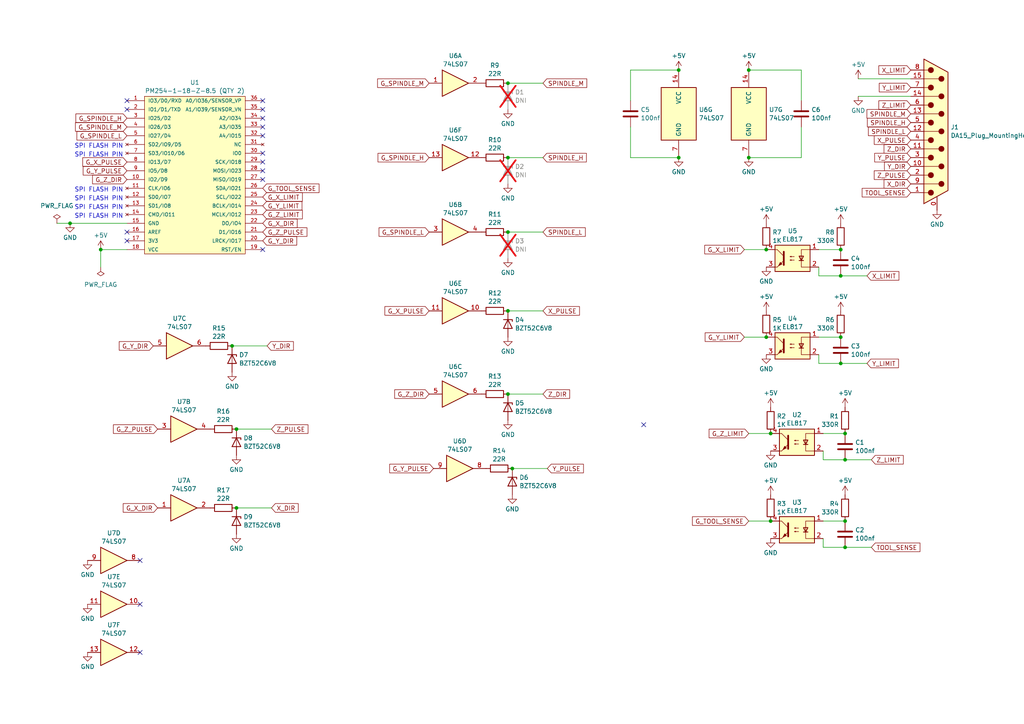
<source format=kicad_sch>
(kicad_sch (version 20230121) (generator eeschema)
  (paper "A4")
  (lib_symbols
    (symbol "74xx:74LS07" (pin_names (offset 1.016))
      (property "Reference" "U" (at 0 1.27 0))
      (property "Value" "74LS07" (at 0 -1.27 0))
      (symbol "74LS07_1_0"
        (polyline (pts (xy -3.81 3.81) (xy -3.81 -3.81) (xy 3.81 0) (xy -3.81 3.81)) (stroke (width 0.254)) (fill (type background)))
        (pin input line (at -7.62 0 0) (length 3.81) (name "~") (number "1"))
        (pin open_collector line (at 7.62 0 180) (length 3.81) (name "~") (number "2"))
      )
      (symbol "74LS07_2_0"
        (polyline (pts (xy -3.81 3.81) (xy -3.81 -3.81) (xy 3.81 0) (xy -3.81 3.81)) (stroke (width 0.254)) (fill (type background)))
        (pin input line (at -7.62 0 0) (length 3.81) (name "~") (number "3"))
        (pin open_collector line (at 7.62 0 180) (length 3.81) (name "~") (number "4"))
      )
      (symbol "74LS07_3_0"
        (polyline (pts (xy -3.81 3.81) (xy -3.81 -3.81) (xy 3.81 0) (xy -3.81 3.81)) (stroke (width 0.254)) (fill (type background)))
        (pin input line (at -7.62 0 0) (length 3.81) (name "~") (number "5"))
        (pin open_collector line (at 7.62 0 180) (length 3.81) (name "~") (number "6"))
      )
      (symbol "74LS07_4_0"
        (polyline (pts (xy -3.81 3.81) (xy -3.81 -3.81) (xy 3.81 0) (xy -3.81 3.81)) (stroke (width 0.254)) (fill (type background)))
        (pin open_collector line (at 7.62 0 180) (length 3.81) (name "~") (number "8"))
        (pin input line (at -7.62 0 0) (length 3.81) (name "~") (number "9"))
      )
      (symbol "74LS07_5_0"
        (polyline (pts (xy -3.81 3.81) (xy -3.81 -3.81) (xy 3.81 0) (xy -3.81 3.81)) (stroke (width 0.254)) (fill (type background)))
        (pin open_collector line (at 7.62 0 180) (length 3.81) (name "~") (number "10"))
        (pin input line (at -7.62 0 0) (length 3.81) (name "~") (number "11"))
      )
      (symbol "74LS07_6_0"
        (polyline (pts (xy -3.81 3.81) (xy -3.81 -3.81) (xy 3.81 0) (xy -3.81 3.81)) (stroke (width 0.254)) (fill (type background)))
        (pin open_collector line (at 7.62 0 180) (length 3.81) (name "~") (number "12"))
        (pin input line (at -7.62 0 0) (length 3.81) (name "~") (number "13"))
      )
      (symbol "74LS07_7_0"
        (pin power_in line (at 0 12.7 270) (length 5.08) (name "VCC") (number "14"))
        (pin power_in line (at 0 -12.7 90) (length 5.08) (name "GND") (number "7"))
      )
      (symbol "74LS07_7_1"
        (rectangle (start -5.08 7.62) (end 5.08 -7.62) (stroke (width 0.254)) (fill (type background)))
      )
    )
    (symbol "Connector:DA15_Plug_MountingHoles" (pin_names (offset 1.016) hide)
      (property "Reference" "J" (at 0 24.13 0))
      (property "Value" "DA15_Plug_MountingHoles" (at 0 22.225 0))
      (symbol "DA15_Plug_MountingHoles_0_1"
        (circle (center -1.778 -17.78) (radius 0.762) (fill (type outline)))
        (circle (center -1.778 -12.7) (radius 0.762) (fill (type outline)))
        (circle (center -1.778 -7.62) (radius 0.762) (fill (type outline)))
        (circle (center -1.778 -2.54) (radius 0.762) (fill (type outline)))
        (circle (center -1.778 2.54) (radius 0.762) (fill (type outline)))
        (circle (center -1.778 7.62) (radius 0.762) (fill (type outline)))
        (circle (center -1.778 12.7) (radius 0.762) (fill (type outline)))
        (circle (center -1.778 17.78) (radius 0.762) (fill (type outline)))
        (polyline (pts (xy -3.81 -17.78) (xy -2.54 -17.78)))
        (polyline (pts (xy -3.81 -15.24) (xy 0.508 -15.24)))
        (polyline (pts (xy -3.81 -12.7) (xy -2.54 -12.7)))
        (polyline (pts (xy -3.81 -10.16) (xy 0.508 -10.16)))
        (polyline (pts (xy -3.81 -7.62) (xy -2.54 -7.62)))
        (polyline (pts (xy -3.81 -5.08) (xy 0.508 -5.08)))
        (polyline (pts (xy -3.81 -2.54) (xy -2.54 -2.54)))
        (polyline (pts (xy -3.81 0) (xy 0.508 0)))
        (polyline (pts (xy -3.81 2.54) (xy -2.54 2.54)))
        (polyline (pts (xy -3.81 5.08) (xy 0.508 5.08)))
        (polyline (pts (xy -3.81 7.62) (xy -2.54 7.62)))
        (polyline (pts (xy -3.81 10.16) (xy 0.508 10.16)))
        (polyline (pts (xy -3.81 12.7) (xy -2.54 12.7)))
        (polyline (pts (xy -3.81 15.24) (xy 0.508 15.24)))
        (polyline (pts (xy -3.81 17.78) (xy -2.54 17.78)))
        (polyline (pts (xy -3.81 -20.955) (xy 3.175 -17.145) (xy 3.175 17.145) (xy -3.81 20.955) (xy -3.81 -20.955)) (stroke (width 0.254)) (fill (type background)))
        (circle (center 1.27 -15.24) (radius 0.762) (fill (type outline)))
        (circle (center 1.27 -10.16) (radius 0.762) (fill (type outline)))
        (circle (center 1.27 -5.08) (radius 0.762) (fill (type outline)))
        (circle (center 1.27 0) (radius 0.762) (fill (type outline)))
        (circle (center 1.27 5.08) (radius 0.762) (fill (type outline)))
        (circle (center 1.27 10.16) (radius 0.762) (fill (type outline)))
        (circle (center 1.27 15.24) (radius 0.762) (fill (type outline)))
      )
      (symbol "DA15_Plug_MountingHoles_1_1"
        (pin passive line (at 0 -22.86 90) (length 3.81) (name "PAD") (number "0"))
        (pin passive line (at -7.62 -17.78 0) (length 3.81) (name "1") (number "1"))
        (pin passive line (at -7.62 -10.16 0) (length 3.81) (name "P10") (number "10"))
        (pin passive line (at -7.62 -5.08 0) (length 3.81) (name "P111") (number "11"))
        (pin passive line (at -7.62 0 0) (length 3.81) (name "P12") (number "12"))
        (pin passive line (at -7.62 5.08 0) (length 3.81) (name "P13") (number "13"))
        (pin passive line (at -7.62 10.16 0) (length 3.81) (name "P14") (number "14"))
        (pin passive line (at -7.62 15.24 0) (length 3.81) (name "P15") (number "15"))
        (pin passive line (at -7.62 -12.7 0) (length 3.81) (name "2") (number "2"))
        (pin passive line (at -7.62 -7.62 0) (length 3.81) (name "3") (number "3"))
        (pin passive line (at -7.62 -2.54 0) (length 3.81) (name "4") (number "4"))
        (pin passive line (at -7.62 2.54 0) (length 3.81) (name "5") (number "5"))
        (pin passive line (at -7.62 7.62 0) (length 3.81) (name "6") (number "6"))
        (pin passive line (at -7.62 12.7 0) (length 3.81) (name "7") (number "7"))
        (pin passive line (at -7.62 17.78 0) (length 3.81) (name "8") (number "8"))
        (pin passive line (at -7.62 -15.24 0) (length 3.81) (name "P9") (number "9"))
      )
    )
    (symbol "Device:C" (pin_numbers hide) (pin_names (offset 0.254))
      (property "Reference" "C" (at 0.635 2.54 0))
      (property "Value" "C" (at 0.635 -2.54 0))
      (symbol "C_0_1"
        (polyline (pts (xy -2.032 -0.762) (xy 2.032 -0.762)) (stroke (width 0.508)))
        (polyline (pts (xy -2.032 0.762) (xy 2.032 0.762)) (stroke (width 0.508)))
      )
      (symbol "C_1_1"
        (pin passive line (at 0 3.81 270) (length 2.794) (name "~") (number "1"))
        (pin passive line (at 0 -3.81 90) (length 2.794) (name "~") (number "2"))
      )
    )
    (symbol "Device:D_Zener" (pin_numbers hide) (pin_names (offset 1.016) hide)
      (property "Reference" "D" (at 0 2.54 0))
      (property "Value" "D_Zener" (at 0 -2.54 0))
      (symbol "D_Zener_0_1"
        (polyline (pts (xy 1.27 0) (xy -1.27 0)))
        (polyline (pts (xy -1.27 -1.27) (xy -1.27 1.27) (xy -0.762 1.27)) (stroke (width 0.254)))
        (polyline (pts (xy 1.27 -1.27) (xy 1.27 1.27) (xy -1.27 0) (xy 1.27 -1.27)) (stroke (width 0.254)))
      )
      (symbol "D_Zener_1_1"
        (pin passive line (at -3.81 0 0) (length 2.54) (name "K") (number "1"))
        (pin passive line (at 3.81 0 180) (length 2.54) (name "A") (number "2"))
      )
    )
    (symbol "Device:R" (pin_numbers hide) (pin_names (offset 0))
      (property "Reference" "R" (at 2.032 0 90))
      (property "Value" "R" (at 0 0 90))
      (symbol "R_0_1"
        (rectangle (start -1.016 -2.54) (end 1.016 2.54) (stroke (width 0.254)))
      )
      (symbol "R_1_1"
        (pin passive line (at 0 3.81 270) (length 1.27) (name "~") (number "1"))
        (pin passive line (at 0 -3.81 90) (length 1.27) (name "~") (number "2"))
      )
    )
    (symbol "Isolator:EL817" (pin_names (offset 1.016))
      (property "Reference" "U" (at -5.08 5.08 0))
      (property "Value" "EL817" (at 0 5.08 0))
      (symbol "EL817_0_1"
        (rectangle (start -5.08 3.81) (end 5.08 -3.81) (stroke (width 0.254)) (fill (type background)))
        (polyline (pts (xy -3.175 -0.635) (xy -1.905 -0.635)) (stroke (width 0.254)))
        (polyline (pts (xy 2.54 0.635) (xy 4.445 2.54)))
        (polyline (pts (xy 4.445 -2.54) (xy 2.54 -0.635)) (fill (type outline)))
        (polyline (pts (xy 4.445 -2.54) (xy 5.08 -2.54)))
        (polyline (pts (xy 4.445 2.54) (xy 5.08 2.54)))
        (polyline (pts (xy -5.08 2.54) (xy -2.54 2.54) (xy -2.54 -0.635)))
        (polyline (pts (xy -2.54 -0.635) (xy -2.54 -2.54) (xy -5.08 -2.54)))
        (polyline (pts (xy 2.54 1.905) (xy 2.54 -1.905) (xy 2.54 -1.905)) (stroke (width 0.508)))
        (polyline (pts (xy -2.54 -0.635) (xy -3.175 0.635) (xy -1.905 0.635) (xy -2.54 -0.635)) (stroke (width 0.254)))
        (polyline (pts (xy -0.508 -0.508) (xy 0.762 -0.508) (xy 0.381 -0.635) (xy 0.381 -0.381) (xy 0.762 -0.508)))
        (polyline (pts (xy -0.508 0.508) (xy 0.762 0.508) (xy 0.381 0.381) (xy 0.381 0.635) (xy 0.762 0.508)))
        (polyline (pts (xy 3.048 -1.651) (xy 3.556 -1.143) (xy 4.064 -2.159) (xy 3.048 -1.651) (xy 3.048 -1.651)) (fill (type outline)))
      )
      (symbol "EL817_1_1"
        (pin passive line (at -7.62 2.54 0) (length 2.54) (name "~") (number "1"))
        (pin passive line (at -7.62 -2.54 0) (length 2.54) (name "~") (number "2"))
        (pin passive line (at 7.62 -2.54 180) (length 2.54) (name "~") (number "3"))
        (pin passive line (at 7.62 2.54 180) (length 2.54) (name "~") (number "4"))
      )
    )
    (symbol "custom_module:firebeetle_esp32" (pin_names (offset 1.016))
      (property "Reference" "U" (at -13.97 -25.4 0))
      (property "Value" "firebeetle_esp32" (at 5.08 -25.4 0))
      (symbol "firebeetle_esp32_0_1"
        (rectangle (start -15.24 21.59) (end 13.97 -24.13) (fill (type background)))
      )
      (symbol "firebeetle_esp32_1_1"
        (pin bidirectional line (at -20.32 20.32 0) (length 5.08) (name "IO3/D0/RXD") (number "1"))
        (pin bidirectional line (at -20.32 -2.54 0) (length 5.08) (name "IO2/D9") (number "10"))
        (pin no_connect line (at -20.32 -5.08 0) (length 5.08) (name "CLK/IO6") (number "11"))
        (pin no_connect line (at -20.32 -7.62 0) (length 5.08) (name "SD0/IO7") (number "12"))
        (pin no_connect line (at -20.32 -10.16 0) (length 5.08) (name "SD1/IO8") (number "13"))
        (pin no_connect line (at -20.32 -12.7 0) (length 5.08) (name "CMD/IO11") (number "14"))
        (pin power_in line (at -20.32 -15.24 0) (length 5.08) (name "GND") (number "15"))
        (pin input line (at -20.32 -17.78 0) (length 5.08) (name "AREF") (number "16"))
        (pin power_out line (at -20.32 -20.32 0) (length 5.08) (name "3V3") (number "17"))
        (pin power_in line (at -20.32 -22.86 0) (length 5.08) (name "VCC") (number "18"))
        (pin input line (at 19.05 -22.86 180) (length 5.08) (name "RST/EN") (number "19"))
        (pin bidirectional line (at -20.32 17.78 0) (length 5.08) (name "IO1/D1/TXD") (number "2"))
        (pin bidirectional line (at 19.05 -20.32 180) (length 5.08) (name "LRCK/IO17") (number "20"))
        (pin bidirectional line (at 19.05 -17.78 180) (length 5.08) (name "D1/IO16") (number "21"))
        (pin bidirectional line (at 19.05 -15.24 180) (length 5.08) (name "DO/IO4") (number "22"))
        (pin bidirectional line (at 19.05 -12.7 180) (length 5.08) (name "MCLK/IO12") (number "23"))
        (pin bidirectional line (at 19.05 -10.16 180) (length 5.08) (name "BCLK/IO14") (number "24"))
        (pin bidirectional line (at 19.05 -7.62 180) (length 5.08) (name "SCL/IO22") (number "25"))
        (pin bidirectional line (at 19.05 -5.08 180) (length 5.08) (name "SDA/IO21") (number "26"))
        (pin bidirectional line (at 19.05 -2.54 180) (length 5.08) (name "MISO/IO19") (number "27"))
        (pin bidirectional line (at 19.05 0 180) (length 5.08) (name "MOSI/IO23") (number "28"))
        (pin bidirectional line (at 19.05 2.54 180) (length 5.08) (name "SCK/IO18") (number "29"))
        (pin bidirectional line (at -20.32 15.24 0) (length 5.08) (name "IO25/D2") (number "3"))
        (pin bidirectional line (at 19.05 5.08 180) (length 5.08) (name "IO0") (number "30"))
        (pin no_connect line (at 19.05 7.62 180) (length 5.08) (name "NC") (number "31"))
        (pin bidirectional line (at 19.05 10.16 180) (length 5.08) (name "A4/IO15") (number "32"))
        (pin bidirectional line (at 19.05 12.7 180) (length 5.08) (name "A3/IO35") (number "33"))
        (pin bidirectional line (at 19.05 15.24 180) (length 5.08) (name "A2/IO34") (number "34"))
        (pin input line (at 19.05 17.78 180) (length 5.08) (name "A1/IO39/SENSOR_VN") (number "35"))
        (pin input line (at 19.05 20.32 180) (length 5.08) (name "A0/IO36/SENSOR_VP") (number "36"))
        (pin bidirectional line (at -20.32 12.7 0) (length 5.08) (name "IO26/D3") (number "4"))
        (pin bidirectional line (at -20.32 10.16 0) (length 5.08) (name "IO27/D4") (number "5"))
        (pin no_connect line (at -20.32 7.62 0) (length 5.08) (name "SD2/IO9/D5") (number "6"))
        (pin no_connect line (at -20.32 5.08 0) (length 5.08) (name "SD3/IO10/D6") (number "7"))
        (pin bidirectional line (at -20.32 2.54 0) (length 5.08) (name "IO13/D7") (number "8"))
        (pin bidirectional line (at -20.32 0 0) (length 5.08) (name "IO5/D8") (number "9"))
      )
    )
    (symbol "power:+5V" (power) (pin_names (offset 0))
      (property "Value" "+5V" (at 0 3.556 0))
      (symbol "+5V_0_1"
        (polyline (pts (xy -0.762 1.27) (xy 0 2.54)))
        (polyline (pts (xy 0 0) (xy 0 2.54)))
        (polyline (pts (xy 0 2.54) (xy 0.762 1.27)))
      )
      (symbol "+5V_1_1"
        (pin power_in line (at 0 0 90) (length 0) hide (name "+5V") (number "1"))
      )
    )
    (symbol "power:GND" (power) (pin_names (offset 0))
      (property "Value" "GND" (at 0 -3.81 0))
      (symbol "GND_0_1"
        (polyline (pts (xy 0 0) (xy 0 -1.27) (xy 1.27 -1.27) (xy 0 -2.54) (xy -1.27 -1.27) (xy 0 -1.27)))
      )
      (symbol "GND_1_1"
        (pin power_in line (at 0 0 270) (length 0) hide (name "GND") (number "1"))
      )
    )
    (symbol "power:PWR_FLAG" (power) (pin_numbers hide) (pin_names (offset 0) hide)
      (property "Value" "PWR_FLAG" (at 0 3.81 0))
      (symbol "PWR_FLAG_0_0"
        (pin power_out line (at 0 0 90) (length 0) (name "pwr") (number "1"))
      )
      (symbol "PWR_FLAG_0_1"
        (polyline (pts (xy 0 0) (xy 0 1.27) (xy -1.016 1.905) (xy 0 2.54) (xy 1.016 1.905) (xy 0 1.27)))
      )
    )
  )
  (junction (at 223.52 125.73))
  (junction (at 68.58 124.46))
  (junction (at 245.11 151.13))
  (junction (at 217.17 45.72))
  (junction (at 148.59 135.89))
  (junction (at 217.17 20.32))
  (junction (at 196.85 45.72))
  (junction (at 243.84 72.39))
  (junction (at 196.85 20.32))
  (junction (at 245.11 125.73))
  (junction (at 243.84 105.41))
  (junction (at 222.25 72.39))
  (junction (at 20.32 64.77))
  (junction (at 29.21 72.39))
  (junction (at 245.11 133.35))
  (junction (at 243.84 97.79))
  (junction (at 147.32 45.72))
  (junction (at 223.52 151.13))
  (junction (at 243.84 80.01))
  (junction (at 68.58 147.32))
  (junction (at 147.32 90.17))
  (junction (at 67.31 100.33))
  (junction (at 147.32 114.3))
  (junction (at 222.25 97.79))
  (junction (at 147.32 24.13))
  (junction (at 245.11 158.75))
  (junction (at 147.32 67.31))
  (no_connect (at 36.83 31.75))
  (no_connect (at 40.64 175.26))
  (no_connect (at 76.2 52.07))
  (no_connect (at 36.83 29.21))
  (no_connect (at 76.2 29.21))
  (no_connect (at 76.2 72.39))
  (no_connect (at 76.2 44.45))
  (no_connect (at 36.83 67.31))
  (no_connect (at 76.2 49.53))
  (no_connect (at 76.2 46.99))
  (no_connect (at 76.2 31.75))
  (no_connect (at 36.83 69.85))
  (no_connect (at 186.69 123.19))
  (no_connect (at 40.64 162.56))
  (no_connect (at 40.64 189.23))
  (no_connect (at 76.2 34.29))
  (no_connect (at 76.2 39.37))
  (no_connect (at 76.2 36.83))
  (wire (pts (xy 232.41 45.72) (xy 232.41 36.83)))
  (wire (pts (xy 232.41 20.32) (xy 232.41 29.21)))
  (wire (pts (xy 243.84 105.41) (xy 251.46 105.41)))
  (wire (pts (xy 237.49 105.41) (xy 243.84 105.41)))
  (wire (pts (xy 68.58 124.46) (xy 78.74 124.46)))
  (wire (pts (xy 147.32 114.3) (xy 157.48 114.3)))
  (wire (pts (xy 238.76 151.13) (xy 245.11 151.13)))
  (wire (pts (xy 237.49 97.79) (xy 243.84 97.79)))
  (wire (pts (xy 238.76 125.73) (xy 245.11 125.73)))
  (wire (pts (xy 147.32 67.31) (xy 157.48 67.31)))
  (wire (pts (xy 238.76 156.21) (xy 238.76 158.75)))
  (wire (pts (xy 68.58 147.32) (xy 78.74 147.32)))
  (wire (pts (xy 237.49 72.39) (xy 243.84 72.39)))
  (wire (pts (xy 245.11 158.75) (xy 252.73 158.75)))
  (wire (pts (xy 182.88 45.72) (xy 182.88 36.83)))
  (wire (pts (xy 67.31 100.33) (xy 77.47 100.33)))
  (wire (pts (xy 147.32 45.72) (xy 157.48 45.72)))
  (wire (pts (xy 29.21 72.39) (xy 36.83 72.39)))
  (wire (pts (xy 217.17 45.72) (xy 232.41 45.72)))
  (wire (pts (xy 20.32 64.77) (xy 36.83 64.77)))
  (wire (pts (xy 16.51 64.77) (xy 20.32 64.77)))
  (wire (pts (xy 248.92 27.94) (xy 264.16 27.94)))
  (wire (pts (xy 182.88 20.32) (xy 182.88 29.21)))
  (wire (pts (xy 196.85 20.32) (xy 182.88 20.32)))
  (wire (pts (xy 217.17 151.13) (xy 223.52 151.13)))
  (wire (pts (xy 217.17 125.73) (xy 223.52 125.73)))
  (wire (pts (xy 148.59 135.89) (xy 158.75 135.89)))
  (wire (pts (xy 196.85 45.72) (xy 182.88 45.72)))
  (wire (pts (xy 238.76 133.35) (xy 245.11 133.35)))
  (wire (pts (xy 29.21 72.39) (xy 29.21 77.47)))
  (wire (pts (xy 147.32 90.17) (xy 157.48 90.17)))
  (wire (pts (xy 237.49 102.87) (xy 237.49 105.41)))
  (wire (pts (xy 238.76 158.75) (xy 245.11 158.75)))
  (wire (pts (xy 217.17 20.32) (xy 232.41 20.32)))
  (wire (pts (xy 147.32 24.13) (xy 157.48 24.13)))
  (wire (pts (xy 248.92 22.86) (xy 264.16 22.86)))
  (wire (pts (xy 243.84 80.01) (xy 251.46 80.01)))
  (wire (pts (xy 237.49 77.47) (xy 237.49 80.01)))
  (wire (pts (xy 215.9 72.39) (xy 222.25 72.39)))
  (wire (pts (xy 237.49 80.01) (xy 243.84 80.01)))
  (wire (pts (xy 245.11 133.35) (xy 252.73 133.35)))
  (wire (pts (xy 238.76 130.81) (xy 238.76 133.35)))
  (wire (pts (xy 215.9 97.79) (xy 222.25 97.79)))
  (text "SPI FLASH PIN" (at 21.59 60.96 0) (effects (font (size 1.27 1.27)) (justify left bottom)))
  (text "SPI FLASH PIN" (at 21.59 58.42 0) (effects (font (size 1.27 1.27)) (justify left bottom)))
  (text "SPI FLASH PIN" (at 21.59 63.5 0) (effects (font (size 1.27 1.27)) (justify left bottom)))
  (text "SPI FLASH PIN" (at 21.59 43.18 0) (effects (font (size 1.27 1.27)) (justify left bottom)))
  (text "SPI FLASH PIN" (at 21.59 55.88 0) (effects (font (size 1.27 1.27)) (justify left bottom)))
  (text "SPI FLASH PIN" (at 21.59 45.72 0) (effects (font (size 1.27 1.27)) (justify left bottom)))
  (global_label "SPINDLE_L" (shape input) (at 157.48 67.31 0) (property "Intersheetrefs" "${INTERSHEET_REFS}" (effects hide)))
  (global_label "X_PULSE" (shape input) (at 157.48 90.17 0) (property "Intersheetrefs" "${INTERSHEET_REFS}" (effects hide)))
  (global_label "G_SPINDLE_M" (shape input) (at 124.46 24.13 180) (property "Intersheetrefs" "${INTERSHEET_REFS}" (effects hide)))
  (global_label "G_Y_DIR" (shape input) (at 44.45 100.33 180) (property "Intersheetrefs" "${INTERSHEET_REFS}" (effects hide)))
  (global_label "Y_LIMIT" (shape input) (at 251.46 105.41 0) (property "Intersheetrefs" "${INTERSHEET_REFS}" (effects hide)))
  (global_label "G_Y_PULSE" (shape input) (at 36.83 49.53 180) (property "Intersheetrefs" "${INTERSHEET_REFS}" (effects hide)))
  (global_label "G_X_LIMIT" (shape input) (at 76.2 57.15 0) (property "Intersheetrefs" "${INTERSHEET_REFS}" (effects hide)))
  (global_label "SPINDLE_M" (shape input) (at 157.48 24.13 0) (property "Intersheetrefs" "${INTERSHEET_REFS}" (effects hide)))
  (global_label "G_TOOL_SENSE" (shape input) (at 76.2 54.61 0) (property "Intersheetrefs" "${INTERSHEET_REFS}" (effects hide)))
  (global_label "Z_PULSE" (shape input) (at 264.16 50.8 180) (property "Intersheetrefs" "${INTERSHEET_REFS}" (effects hide)))
  (global_label "SPINDLE_M" (shape input) (at 264.16 33.02 180) (property "Intersheetrefs" "${INTERSHEET_REFS}" (effects hide)))
  (global_label "G_Y_LIMIT" (shape input) (at 215.9 97.79 180) (property "Intersheetrefs" "${INTERSHEET_REFS}" (effects hide)))
  (global_label "G_Z_DIR" (shape input) (at 36.83 52.07 180) (property "Intersheetrefs" "${INTERSHEET_REFS}" (effects hide)))
  (global_label "SPINDLE_H" (shape input) (at 264.16 35.56 180) (property "Intersheetrefs" "${INTERSHEET_REFS}" (effects hide)))
  (global_label "G_SPINDLE_L" (shape input) (at 36.83 39.37 180) (property "Intersheetrefs" "${INTERSHEET_REFS}" (effects hide)))
  (global_label "G_Z_LIMIT" (shape input) (at 76.2 62.23 0) (property "Intersheetrefs" "${INTERSHEET_REFS}" (effects hide)))
  (global_label "G_Z_DIR" (shape input) (at 124.46 114.3 180) (property "Intersheetrefs" "${INTERSHEET_REFS}" (effects hide)))
  (global_label "G_SPINDLE_H" (shape input) (at 36.83 34.29 180) (property "Intersheetrefs" "${INTERSHEET_REFS}" (effects hide)))
  (global_label "G_X_LIMIT" (shape input) (at 215.9 72.39 180) (property "Intersheetrefs" "${INTERSHEET_REFS}" (effects hide)))
  (global_label "G_X_PULSE" (shape input) (at 124.46 90.17 180) (property "Intersheetrefs" "${INTERSHEET_REFS}" (effects hide)))
  (global_label "X_DIR" (shape input) (at 264.16 53.34 180) (property "Intersheetrefs" "${INTERSHEET_REFS}" (effects hide)))
  (global_label "X_DIR" (shape input) (at 78.74 147.32 0) (property "Intersheetrefs" "${INTERSHEET_REFS}" (effects hide)))
  (global_label "Y_PULSE" (shape input) (at 158.75 135.89 0) (property "Intersheetrefs" "${INTERSHEET_REFS}" (effects hide)))
  (global_label "G_SPINDLE_H" (shape input) (at 124.46 45.72 180) (property "Intersheetrefs" "${INTERSHEET_REFS}" (effects hide)))
  (global_label "G_Y_DIR" (shape input) (at 76.2 69.85 0) (property "Intersheetrefs" "${INTERSHEET_REFS}" (effects hide)))
  (global_label "G_Y_PULSE" (shape input) (at 125.73 135.89 180) (property "Intersheetrefs" "${INTERSHEET_REFS}" (effects hide)))
  (global_label "Y_DIR" (shape input) (at 77.47 100.33 0) (property "Intersheetrefs" "${INTERSHEET_REFS}" (effects hide)))
  (global_label "G_Y_LIMIT" (shape input) (at 76.2 59.69 0) (property "Intersheetrefs" "${INTERSHEET_REFS}" (effects hide)))
  (global_label "G_X_PULSE" (shape input) (at 36.83 46.99 180) (property "Intersheetrefs" "${INTERSHEET_REFS}" (effects hide)))
  (global_label "G_Z_PULSE" (shape input) (at 45.72 124.46 180) (property "Intersheetrefs" "${INTERSHEET_REFS}" (effects hide)))
  (global_label "Z_DIR" (shape input) (at 264.16 43.18 180) (property "Intersheetrefs" "${INTERSHEET_REFS}" (effects hide)))
  (global_label "G_Z_LIMIT" (shape input) (at 217.17 125.73 180) (property "Intersheetrefs" "${INTERSHEET_REFS}" (effects hide)))
  (global_label "G_Z_PULSE" (shape input) (at 76.2 67.31 0) (property "Intersheetrefs" "${INTERSHEET_REFS}" (effects hide)))
  (global_label "TOOL_SENSE" (shape input) (at 264.16 55.88 180) (property "Intersheetrefs" "${INTERSHEET_REFS}" (effects hide)))
  (global_label "TOOL_SENSE" (shape input) (at 252.73 158.75 0) (property "Intersheetrefs" "${INTERSHEET_REFS}" (effects hide)))
  (global_label "X_PULSE" (shape input) (at 264.16 40.64 180) (property "Intersheetrefs" "${INTERSHEET_REFS}" (effects hide)))
  (global_label "Y_LIMIT" (shape input) (at 264.16 25.4 180) (property "Intersheetrefs" "${INTERSHEET_REFS}" (effects hide)))
  (global_label "Z_LIMIT" (shape input) (at 252.73 133.35 0) (property "Intersheetrefs" "${INTERSHEET_REFS}" (effects hide)))
  (global_label "Z_LIMIT" (shape input) (at 264.16 30.48 180) (property "Intersheetrefs" "${INTERSHEET_REFS}" (effects hide)))
  (global_label "Z_DIR" (shape input) (at 157.48 114.3 0) (property "Intersheetrefs" "${INTERSHEET_REFS}" (effects hide)))
  (global_label "Y_DIR" (shape input) (at 264.16 48.26 180) (property "Intersheetrefs" "${INTERSHEET_REFS}" (effects hide)))
  (global_label "X_LIMIT" (shape input) (at 264.16 20.32 180) (property "Intersheetrefs" "${INTERSHEET_REFS}" (effects hide)))
  (global_label "G_TOOL_SENSE" (shape input) (at 217.17 151.13 180) (property "Intersheetrefs" "${INTERSHEET_REFS}" (effects hide)))
  (global_label "G_SPINDLE_L" (shape input) (at 124.46 67.31 180) (property "Intersheetrefs" "${INTERSHEET_REFS}" (effects hide)))
  (global_label "Y_PULSE" (shape input) (at 264.16 45.72 180) (property "Intersheetrefs" "${INTERSHEET_REFS}" (effects hide)))
  (global_label "G_X_DIR" (shape input) (at 76.2 64.77 0) (property "Intersheetrefs" "${INTERSHEET_REFS}" (effects hide)))
  (global_label "SPINDLE_H" (shape input) (at 157.48 45.72 0) (property "Intersheetrefs" "${INTERSHEET_REFS}" (effects hide)))
  (global_label "G_X_DIR" (shape input) (at 45.72 147.32 180) (property "Intersheetrefs" "${INTERSHEET_REFS}" (effects hide)))
  (global_label "X_LIMIT" (shape input) (at 251.46 80.01 0) (property "Intersheetrefs" "${INTERSHEET_REFS}" (effects hide)))
  (global_label "G_SPINDLE_M" (shape input) (at 36.83 36.83 180) (property "Intersheetrefs" "${INTERSHEET_REFS}" (effects hide)))
  (global_label "Z_PULSE" (shape input) (at 78.74 124.46 0) (property "Intersheetrefs" "${INTERSHEET_REFS}" (effects hide)))
  (global_label "SPINDLE_L" (shape input) (at 264.16 38.1 180) (property "Intersheetrefs" "${INTERSHEET_REFS}" (effects hide)))
  (symbol (lib_id "74xx:74LS07") (at 33.02 162.56 0) (unit 4)
    (property "Reference" "U7" (at 33.02 154.6057 0))
    (property "Value" "74LS07" (at 33.02 157.0299 0))
    (property "Footprint" "Package_SO:SOIC-14_3.9x8.7mm_P1.27mm" (effects hide))
    (property "Datasheet" "www.ti.com/lit/ds/symlink/sn74ls07.pdf" (effects hide))
    (property "OC_MOUSER" "595-SN74LS07DR" (effects hide))
  )
  (symbol (lib_id "74xx:74LS07") (at 133.35 135.89 0) (unit 4)
    (property "Reference" "U6" (at 133.35 127.9357 0))
    (property "Value" "74LS07" (at 133.35 130.3599 0))
    (property "Footprint" "Package_SO:SOIC-14_3.9x8.7mm_P1.27mm" (effects hide))
    (property "Datasheet" "www.ti.com/lit/ds/symlink/sn74ls07.pdf" (effects hide))
    (property "OC_MOUSER" "595-SN74LS07DR" (effects hide))
  )
  (symbol (lib_id "74xx:74LS07") (at 33.02 175.26 0) (unit 5)
    (property "Reference" "U7" (at 33.02 167.3057 0))
    (property "Value" "74LS07" (at 33.02 169.7299 0))
    (property "Footprint" "Package_SO:SOIC-14_3.9x8.7mm_P1.27mm" (effects hide))
    (property "Datasheet" "www.ti.com/lit/ds/symlink/sn74ls07.pdf" (effects hide))
    (property "OC_MOUSER" "595-SN74LS07DR" (effects hide))
  )
  (symbol (lib_id "power:GND") (at 25.4 189.23 0) (unit 1)
    (property "Reference" "#PWR026" (effects hide))
    (property "Value" "GND" (at 25.4 193.3631 0))
  )
  (symbol (lib_id "Device:R") (at 222.25 93.98 0) (unit 1)
    (property "Reference" "R5" (at 224.028 92.7679 0) (effects (justify left)))
    (property "Value" "1K" (at 224.028 95.1921 0) (effects (justify left)))
    (property "Footprint" "Resistor_SMD:R_0805_2012Metric" (effects hide))
  )
  (symbol (lib_id "power:GND") (at 68.58 132.08 0) (unit 1)
    (property "Reference" "#PWR022" (effects hide))
    (property "Value" "GND" (at 68.58 136.2131 0))
  )
  (symbol (lib_id "Device:R") (at 144.78 135.89 90) (unit 1)
    (property "Reference" "R14" (at 144.78 130.7297 90))
    (property "Value" "22R" (at 144.78 133.1539 90))
    (property "Footprint" "Resistor_SMD:R_0805_2012Metric" (effects hide))
  )
  (symbol (lib_id "power:GND") (at 223.52 156.21 0) (unit 1)
    (property "Reference" "#PWR07" (effects hide))
    (property "Value" "GND" (at 223.52 160.3431 0))
  )
  (symbol (lib_id "power:GND") (at 248.92 27.94 0) (unit 1)
    (property "Reference" "#PWR02" (effects hide))
    (property "Value" "GND" (at 248.92 32.0731 0))
  )
  (symbol (lib_id "power:+5V") (at 222.25 90.17 0) (unit 1)
    (property "Reference" "#PWR09" (effects hide))
    (property "Value" "+5V" (at 222.25 86.0369 0))
  )
  (symbol (lib_id "power:GND") (at 217.17 45.72 0) (unit 1)
    (property "Reference" "#PWR030" (effects hide))
    (property "Value" "GND" (at 217.17 49.8531 0))
  )
  (symbol (lib_id "Device:C") (at 245.11 154.94 0) (unit 1)
    (property "Reference" "C2" (at 248.031 153.7279 0) (effects (justify left)))
    (property "Value" "100nf" (at 248.031 156.1521 0) (effects (justify left)))
    (property "Footprint" "Capacitor_SMD:C_0805_2012Metric" (effects hide))
  )
  (symbol (lib_id "power:GND") (at 25.4 162.56 0) (unit 1)
    (property "Reference" "#PWR024" (effects hide))
    (property "Value" "GND" (at 25.4 166.6931 0))
  )
  (symbol (lib_id "74xx:74LS07") (at 52.07 100.33 0) (unit 3)
    (property "Reference" "U7" (at 52.07 92.3757 0))
    (property "Value" "74LS07" (at 52.07 94.7999 0))
    (property "Footprint" "Package_SO:SOIC-14_3.9x8.7mm_P1.27mm" (effects hide))
    (property "Datasheet" "www.ti.com/lit/ds/symlink/sn74ls07.pdf" (effects hide))
    (property "OC_MOUSER" "595-SN74LS07DR" (effects hide))
  )
  (symbol (lib_id "Device:R") (at 64.77 147.32 90) (unit 1)
    (property "Reference" "R17" (at 64.77 142.1597 90))
    (property "Value" "22R" (at 64.77 144.5839 90))
    (property "Footprint" "Resistor_SMD:R_0805_2012Metric" (effects hide))
  )
  (symbol (lib_id "Device:R") (at 245.11 121.92 0) (mirror y) (unit 1)
    (property "Reference" "R1" (at 243.332 120.7079 0) (effects (justify left)))
    (property "Value" "330R" (at 243.332 123.1321 0) (effects (justify left)))
    (property "Footprint" "Resistor_SMD:R_0805_2012Metric" (effects hide))
  )
  (symbol (lib_id "Isolator:EL817") (at 231.14 128.27 0) (mirror y) (unit 1)
    (property "Reference" "U2" (at 231.14 120.3157 0))
    (property "Value" "EL817" (at 231.14 122.7399 0))
    (property "Footprint" "Package_DIP:DIP-4_W7.62mm" (effects hide))
    (property "Datasheet" "http://www.everlight.com/file/ProductFile/EL817.pdf" (effects hide))
    (property "OC_MOUSER" "630-HCPL-817-00CE " (effects hide))
  )
  (symbol (lib_id "Device:R") (at 245.11 147.32 0) (mirror y) (unit 1)
    (property "Reference" "R4" (at 243.332 146.1079 0) (effects (justify left)))
    (property "Value" "330R" (at 243.332 148.5321 0) (effects (justify left)))
    (property "Footprint" "Resistor_SMD:R_0805_2012Metric" (effects hide))
  )
  (symbol (lib_id "Isolator:EL817") (at 229.87 100.33 0) (mirror y) (unit 1)
    (property "Reference" "U4" (at 229.87 92.3757 0))
    (property "Value" "EL817" (at 229.87 94.7999 0))
    (property "Footprint" "Package_DIP:DIP-4_W7.62mm" (effects hide))
    (property "Datasheet" "http://www.everlight.com/file/ProductFile/EL817.pdf" (effects hide))
    (property "OC_MOUSER" "630-HCPL-817-00CE " (effects hide))
  )
  (symbol (lib_id "74xx:74LS07") (at 132.08 24.13 0) (unit 1)
    (property "Reference" "U6" (at 132.08 16.1757 0))
    (property "Value" "74LS07" (at 132.08 18.5999 0))
    (property "Footprint" "Package_SO:SOIC-14_3.9x8.7mm_P1.27mm" (effects hide))
    (property "Datasheet" "www.ti.com/lit/ds/symlink/sn74ls07.pdf" (effects hide))
    (property "OC_MOUSER" "595-SN74LS07DR" (effects hide))
  )
  (symbol (lib_id "Device:R") (at 223.52 121.92 0) (unit 1)
    (property "Reference" "R2" (at 225.298 120.7079 0) (effects (justify left)))
    (property "Value" "1K" (at 225.298 123.1321 0) (effects (justify left)))
    (property "Footprint" "Resistor_SMD:R_0805_2012Metric" (effects hide))
  )
  (symbol (lib_id "Device:C") (at 245.11 129.54 0) (unit 1)
    (property "Reference" "C1" (at 248.031 128.3279 0) (effects (justify left)))
    (property "Value" "100nf" (at 248.031 130.7521 0) (effects (justify left)))
    (property "Footprint" "Capacitor_SMD:C_0805_2012Metric" (effects hide))
  )
  (symbol (lib_id "power:GND") (at 147.32 97.79 0) (unit 1)
    (property "Reference" "#PWR018" (effects hide))
    (property "Value" "GND" (at 147.32 101.9231 0))
  )
  (symbol (lib_id "Device:R") (at 143.51 24.13 90) (unit 1)
    (property "Reference" "R9" (at 143.51 18.9697 90))
    (property "Value" "22R" (at 143.51 21.3939 90))
    (property "Footprint" "Resistor_SMD:R_0805_2012Metric" (effects hide))
  )
  (symbol (lib_id "power:GND") (at 67.31 107.95 0) (unit 1)
    (property "Reference" "#PWR021" (effects hide))
    (property "Value" "GND" (at 67.31 112.0831 0))
  )
  (symbol (lib_id "Device:D_Zener") (at 147.32 27.94 270) (unit 1) (dnp yes)
    (property "Reference" "D1" (at 149.352 26.7279 90) (effects (justify left)))
    (property "Value" "DNI" (at 149.352 29.1521 90) (effects (justify left)))
    (property "Footprint" "Diode_SMD:D_SOD-123" (effects hide))
  )
  (symbol (lib_id "power:+5V") (at 217.17 20.32 0) (unit 1)
    (property "Reference" "#PWR028" (effects hide))
    (property "Value" "+5V" (at 217.17 16.1869 0))
  )
  (symbol (lib_id "74xx:74LS07") (at 33.02 189.23 0) (unit 6)
    (property "Reference" "U7" (at 33.02 181.2757 0))
    (property "Value" "74LS07" (at 33.02 183.6999 0))
    (property "Footprint" "Package_SO:SOIC-14_3.9x8.7mm_P1.27mm" (effects hide))
    (property "Datasheet" "www.ti.com/lit/ds/symlink/sn74ls07.pdf" (effects hide))
    (property "OC_MOUSER" "595-SN74LS07DR" (effects hide))
  )
  (symbol (lib_id "Device:R") (at 223.52 147.32 0) (unit 1)
    (property "Reference" "R3" (at 225.298 146.1079 0) (effects (justify left)))
    (property "Value" "1K" (at 225.298 148.5321 0) (effects (justify left)))
    (property "Footprint" "Resistor_SMD:R_0805_2012Metric" (effects hide))
  )
  (symbol (lib_id "Device:D_Zener") (at 148.59 139.7 270) (unit 1)
    (property "Reference" "D6" (at 150.622 138.4879 90) (effects (justify left)))
    (property "Value" "BZT52C6V8" (at 150.622 140.9121 90) (effects (justify left)))
    (property "Footprint" "Diode_SMD:D_SOD-123" (effects hide))
    (property "637-OC_MOUSER" "637-BZT52C6V8" (effects hide))
  )
  (symbol (lib_id "power:+5V") (at 29.21 72.39 0) (unit 1)
    (property "Reference" "#PWR032" (effects hide))
    (property "Value" "+5V" (at 29.21 68.2569 0))
  )
  (symbol (lib_id "Device:C") (at 243.84 101.6 0) (unit 1)
    (property "Reference" "C3" (at 246.761 100.3879 0) (effects (justify left)))
    (property "Value" "100nf" (at 246.761 102.8121 0) (effects (justify left)))
    (property "Footprint" "Capacitor_SMD:C_0805_2012Metric" (effects hide))
  )
  (symbol (lib_id "power:+5V") (at 223.52 143.51 0) (unit 1)
    (property "Reference" "#PWR06" (effects hide))
    (property "Value" "+5V" (at 223.52 139.3769 0))
  )
  (symbol (lib_id "Device:R") (at 64.77 124.46 90) (unit 1)
    (property "Reference" "R16" (at 64.77 119.2997 90))
    (property "Value" "22R" (at 64.77 121.7239 90))
    (property "Footprint" "Resistor_SMD:R_0805_2012Metric" (effects hide))
  )
  (symbol (lib_id "power:GND") (at 148.59 143.51 0) (unit 1)
    (property "Reference" "#PWR020" (effects hide))
    (property "Value" "GND" (at 148.59 147.6431 0))
  )
  (symbol (lib_id "Device:R") (at 243.84 93.98 0) (mirror y) (unit 1)
    (property "Reference" "R6" (at 242.062 92.7679 0) (effects (justify left)))
    (property "Value" "330R" (at 242.062 95.1921 0) (effects (justify left)))
    (property "Footprint" "Resistor_SMD:R_0805_2012Metric" (effects hide))
  )
  (symbol (lib_id "power:+5V") (at 196.85 20.32 0) (unit 1)
    (property "Reference" "#PWR027" (effects hide))
    (property "Value" "+5V" (at 196.85 16.1869 0))
  )
  (symbol (lib_id "74xx:74LS07") (at 53.34 147.32 0) (unit 1)
    (property "Reference" "U7" (at 53.34 139.3657 0))
    (property "Value" "74LS07" (at 53.34 141.7899 0))
    (property "Footprint" "Package_SO:SOIC-14_3.9x8.7mm_P1.27mm" (effects hide))
    (property "Datasheet" "www.ti.com/lit/ds/symlink/sn74ls07.pdf" (effects hide))
    (property "OC_MOUSER" "595-SN74LS07DR" (effects hide))
  )
  (symbol (lib_id "power:+5V") (at 245.11 143.51 0) (unit 1)
    (property "Reference" "#PWR08" (effects hide))
    (property "Value" "+5V" (at 245.11 139.3769 0))
  )
  (symbol (lib_id "power:+5V") (at 223.52 118.11 0) (unit 1)
    (property "Reference" "#PWR05" (effects hide))
    (property "Value" "+5V" (at 223.52 113.9769 0))
  )
  (symbol (lib_id "Device:R") (at 243.84 68.58 0) (mirror y) (unit 1)
    (property "Reference" "R8" (at 242.062 67.3679 0) (effects (justify left)))
    (property "Value" "330R" (at 242.062 69.7921 0) (effects (justify left)))
    (property "Footprint" "Resistor_SMD:R_0805_2012Metric" (effects hide))
  )
  (symbol (lib_id "power:GND") (at 223.52 130.81 0) (unit 1)
    (property "Reference" "#PWR04" (effects hide))
    (property "Value" "GND" (at 223.52 134.9431 0))
  )
  (symbol (lib_id "Device:D_Zener") (at 67.31 104.14 270) (unit 1)
    (property "Reference" "D7" (at 69.342 102.9279 90) (effects (justify left)))
    (property "Value" "BZT52C6V8" (at 69.342 105.3521 90) (effects (justify left)))
    (property "Footprint" "Diode_SMD:D_SOD-123" (effects hide))
    (property "OC_MOUSER" "637-BZT52C6V8" (effects hide))
  )
  (symbol (lib_id "Isolator:EL817") (at 231.14 153.67 0) (mirror y) (unit 1)
    (property "Reference" "U3" (at 231.14 145.7157 0))
    (property "Value" "EL817" (at 231.14 148.1399 0))
    (property "Footprint" "Package_DIP:DIP-4_W7.62mm" (effects hide))
    (property "Datasheet" "http://www.everlight.com/file/ProductFile/EL817.pdf" (effects hide))
    (property "OC_MOUSER" "630-HCPL-817-00CE " (effects hide))
  )
  (symbol (lib_id "Isolator:EL817") (at 229.87 74.93 0) (mirror y) (unit 1)
    (property "Reference" "U5" (at 229.87 66.9757 0))
    (property "Value" "EL817" (at 229.87 69.3999 0))
    (property "Footprint" "Package_DIP:DIP-4_W7.62mm" (effects hide))
    (property "Datasheet" "http://www.everlight.com/file/ProductFile/EL817.pdf" (effects hide))
    (property "OC_MOUSER" "630-HCPL-817-00CE " (effects hide))
  )
  (symbol (lib_id "Device:D_Zener") (at 147.32 49.53 270) (unit 1) (dnp yes)
    (property "Reference" "D2" (at 149.352 48.3179 90) (effects (justify left)))
    (property "Value" "DNI" (at 149.352 50.7421 90) (effects (justify left)))
    (property "Footprint" "Diode_SMD:D_SOD-123" (effects hide))
  )
  (symbol (lib_id "power:+5V") (at 222.25 64.77 0) (unit 1)
    (property "Reference" "#PWR012" (effects hide))
    (property "Value" "+5V" (at 222.25 60.6369 0))
  )
  (symbol (lib_id "74xx:74LS07") (at 132.08 114.3 0) (unit 3)
    (property "Reference" "U6" (at 132.08 106.3457 0))
    (property "Value" "74LS07" (at 132.08 108.7699 0))
    (property "Footprint" "Package_SO:SOIC-14_3.9x8.7mm_P1.27mm" (effects hide))
    (property "Datasheet" "www.ti.com/lit/ds/symlink/sn74ls07.pdf" (effects hide))
    (property "OC_MOUSER" "595-SN74LS07DR" (effects hide))
  )
  (symbol (lib_id "power:GND") (at 147.32 31.75 0) (unit 1)
    (property "Reference" "#PWR015" (effects hide))
    (property "Value" "GND" (at 147.32 35.8831 0))
  )
  (symbol (lib_id "power:GND") (at 147.32 74.93 0) (unit 1)
    (property "Reference" "#PWR017" (effects hide))
    (property "Value" "GND" (at 147.32 79.0631 0))
  )
  (symbol (lib_id "custom_module:firebeetle_esp32") (at 57.15 49.53 0) (unit 1)
    (property "Reference" "U1" (at 56.515 23.9227 0))
    (property "Value" "PM254-1-18-Z-8.5 (QTY 2)" (at 56.515 26.3469 0))
    (property "Footprint" "custom_module:firebeetle_esp32" (effects hide))
    (property "Datasheet" "https://datasheet.lcsc.com/lcsc/2306091006_HCTL-PM254-1-18-Z-8-5_C2897381.pdf" (effects hide))
    (property "OC_LCSC" "C2897381 (QTY 2)" (effects hide))
  )
  (symbol (lib_id "74xx:74LS07") (at 132.08 67.31 0) (unit 2)
    (property "Reference" "U6" (at 132.08 59.3557 0))
    (property "Value" "74LS07" (at 132.08 61.7799 0))
    (property "Footprint" "Package_SO:SOIC-14_3.9x8.7mm_P1.27mm" (effects hide))
    (property "Datasheet" "www.ti.com/lit/ds/symlink/sn74ls07.pdf" (effects hide))
    (property "OC_MOUSER" "595-SN74LS07DR" (effects hide))
  )
  (symbol (lib_id "Device:R") (at 143.51 67.31 90) (unit 1)
    (property "Reference" "R11" (at 143.51 62.1497 90))
    (property "Value" "22R" (at 143.51 64.5739 90))
    (property "Footprint" "Resistor_SMD:R_0805_2012Metric" (effects hide))
  )
  (symbol (lib_id "power:+5V") (at 243.84 90.17 0) (unit 1)
    (property "Reference" "#PWR011" (effects hide))
    (property "Value" "+5V" (at 243.84 86.0369 0))
  )
  (symbol (lib_id "Device:D_Zener") (at 68.58 128.27 270) (unit 1)
    (property "Reference" "D8" (at 70.612 127.0579 90) (effects (justify left)))
    (property "Value" "BZT52C6V8" (at 70.612 129.4821 90) (effects (justify left)))
    (property "Footprint" "Diode_SMD:D_SOD-123" (effects hide))
    (property "OC_MOUSER" "637-BZT52C6V8" (effects hide))
  )
  (symbol (lib_id "Device:C") (at 182.88 33.02 0) (unit 1)
    (property "Reference" "C5" (at 185.801 31.8079 0) (effects (justify left)))
    (property "Value" "100nf" (at 185.801 34.2321 0) (effects (justify left)))
    (property "Footprint" "Capacitor_SMD:C_0805_2012Metric" (effects hide))
  )
  (symbol (lib_id "74xx:74LS07") (at 53.34 124.46 0) (unit 2)
    (property "Reference" "U7" (at 53.34 116.5057 0))
    (property "Value" "74LS07" (at 53.34 118.9299 0))
    (property "Footprint" "Package_SO:SOIC-14_3.9x8.7mm_P1.27mm" (effects hide))
    (property "Datasheet" "www.ti.com/lit/ds/symlink/sn74ls07.pdf" (effects hide))
    (property "OC_MOUSER" "595-SN74LS07DR" (effects hide))
  )
  (symbol (lib_id "Device:D_Zener") (at 147.32 118.11 270) (unit 1)
    (property "Reference" "D5" (at 149.352 116.8979 90) (effects (justify left)))
    (property "Value" "BZT52C6V8" (at 149.352 119.3221 90) (effects (justify left)))
    (property "Footprint" "Diode_SMD:D_SOD-123" (effects hide))
    (property "OC_MOUSER" "637-BZT52C6V8" (effects hide))
  )
  (symbol (lib_id "power:GND") (at 222.25 102.87 0) (unit 1)
    (property "Reference" "#PWR010" (effects hide))
    (property "Value" "GND" (at 222.25 107.0031 0))
  )
  (symbol (lib_id "Connector:DA15_Plug_MountingHoles") (at 271.78 38.1 0) (unit 1)
    (property "Reference" "J1" (at 275.717 36.8879 0) (effects (justify left)))
    (property "Value" "DA15_Plug_MountingHoles" (at 275.717 39.3121 0) (effects (justify left)))
    (property "Footprint" "Connector_Dsub:DSUB-15_Male_Horizontal_P2.77x2.84mm_EdgePinOffset9.90mm_Housed_MountingHolesOffset11.32mm" (effects hide))
    (property "Datasheet" " ~" (effects hide))
    (property "OC_MOUSER" "523-L717SDA15P1ACH4R " (effects hide))
    (property "MPN" "L717SDA15P1ACH4R " (effects hide))
  )
  (symbol (lib_id "power:+5V") (at 243.84 64.77 0) (unit 1)
    (property "Reference" "#PWR014" (effects hide))
    (property "Value" "+5V" (at 243.84 60.6369 0))
  )
  (symbol (lib_id "Device:D_Zener") (at 68.58 151.13 270) (unit 1)
    (property "Reference" "D9" (at 70.612 149.9179 90) (effects (justify left)))
    (property "Value" "BZT52C6V8" (at 70.612 152.3421 90) (effects (justify left)))
    (property "Footprint" "Diode_SMD:D_SOD-123" (effects hide))
    (property "OC_MOUSER" "637-BZT52C6V8" (effects hide))
  )
  (symbol (lib_id "power:GND") (at 196.85 45.72 0) (unit 1)
    (property "Reference" "#PWR029" (effects hide))
    (property "Value" "GND" (at 196.85 49.8531 0))
  )
  (symbol (lib_id "Device:C") (at 232.41 33.02 0) (unit 1)
    (property "Reference" "C6" (at 235.331 31.8079 0) (effects (justify left)))
    (property "Value" "100nf" (at 235.331 34.2321 0) (effects (justify left)))
    (property "Footprint" "Capacitor_SMD:C_0805_2012Metric" (effects hide))
  )
  (symbol (lib_id "Device:D_Zener") (at 147.32 71.12 270) (unit 1) (dnp yes)
    (property "Reference" "D3" (at 149.352 69.9079 90) (effects (justify left)))
    (property "Value" "DNI" (at 149.352 72.3321 90) (effects (justify left)))
    (property "Footprint" "Diode_SMD:D_SOD-123" (effects hide))
  )
  (symbol (lib_id "Device:R") (at 143.51 90.17 90) (unit 1)
    (property "Reference" "R12" (at 143.51 85.0097 90))
    (property "Value" "22R" (at 143.51 87.4339 90))
    (property "Footprint" "Resistor_SMD:R_0805_2012Metric" (effects hide))
  )
  (symbol (lib_id "power:GND") (at 25.4 175.26 0) (unit 1)
    (property "Reference" "#PWR025" (effects hide))
    (property "Value" "GND" (at 25.4 179.3931 0))
  )
  (symbol (lib_id "Device:R") (at 222.25 68.58 0) (unit 1)
    (property "Reference" "R7" (at 224.028 67.3679 0) (effects (justify left)))
    (property "Value" "1K" (at 224.028 69.7921 0) (effects (justify left)))
    (property "Footprint" "Resistor_SMD:R_0805_2012Metric" (effects hide))
  )
  (symbol (lib_id "power:+5V") (at 248.92 22.86 0) (mirror y) (unit 1)
    (property "Reference" "#PWR01" (effects hide))
    (property "Value" "+5V" (at 248.92 18.7269 0))
  )
  (symbol (lib_id "74xx:74LS07") (at 217.17 33.02 0) (unit 7)
    (property "Reference" "U7" (at 223.012 31.8079 0) (effects (justify left)))
    (property "Value" "74LS07" (at 223.012 34.2321 0) (effects (justify left)))
    (property "Footprint" "Package_SO:SOIC-14_3.9x8.7mm_P1.27mm" (effects hide))
    (property "Datasheet" "www.ti.com/lit/ds/symlink/sn74ls07.pdf" (effects hide))
    (property "OC_MOUSER" "595-SN74LS07DR" (effects hide))
  )
  (symbol (lib_id "power:GND") (at 222.25 77.47 0) (unit 1)
    (property "Reference" "#PWR013" (effects hide))
    (property "Value" "GND" (at 222.25 81.6031 0))
  )
  (symbol (lib_id "power:+5V") (at 245.11 118.11 0) (unit 1)
    (property "Reference" "#PWR03" (effects hide))
    (property "Value" "+5V" (at 245.11 113.9769 0))
  )
  (symbol (lib_id "power:GND") (at 68.58 154.94 0) (unit 1)
    (property "Reference" "#PWR023" (effects hide))
    (property "Value" "GND" (at 68.58 159.0731 0))
  )
  (symbol (lib_id "power:GND") (at 147.32 53.34 0) (unit 1)
    (property "Reference" "#PWR016" (effects hide))
    (property "Value" "GND" (at 147.32 57.4731 0))
  )
  (symbol (lib_id "power:GND") (at 271.78 60.96 0) (unit 1)
    (property "Reference" "#PWR033" (effects hide))
    (property "Value" "GND" (at 271.78 65.0931 0))
  )
  (symbol (lib_id "power:PWR_FLAG") (at 29.21 77.47 180) (unit 1)
    (property "Reference" "#FLG01" (effects hide))
    (property "Value" "PWR_FLAG" (at 29.21 82.55 0))
  )
  (symbol (lib_id "74xx:74LS07") (at 132.08 45.72 0) (unit 6)
    (property "Reference" "U6" (at 132.08 37.7657 0))
    (property "Value" "74LS07" (at 132.08 40.1899 0))
    (property "Footprint" "Package_SO:SOIC-14_3.9x8.7mm_P1.27mm" (effects hide))
    (property "Datasheet" "www.ti.com/lit/ds/symlink/sn74ls07.pdf" (effects hide))
    (property "OC_MOUSER" "595-SN74LS07DR" (effects hide))
  )
  (symbol (lib_id "Device:R") (at 143.51 45.72 90) (unit 1)
    (property "Reference" "R10" (at 143.51 40.5597 90))
    (property "Value" "22R" (at 143.51 42.9839 90))
    (property "Footprint" "Resistor_SMD:R_0805_2012Metric" (effects hide))
  )
  (symbol (lib_id "power:GND") (at 147.32 121.92 0) (unit 1)
    (property "Reference" "#PWR019" (effects hide))
    (property "Value" "GND" (at 147.32 126.0531 0))
  )
  (symbol (lib_id "power:PWR_FLAG") (at 16.51 64.77 0) (unit 1)
    (property "Reference" "#FLG02" (effects hide))
    (property "Value" "PWR_FLAG" (at 16.51 59.69 0))
  )
  (symbol (lib_id "Device:D_Zener") (at 147.32 93.98 270) (unit 1)
    (property "Reference" "D4" (at 149.352 92.7679 90) (effects (justify left)))
    (property "Value" "BZT52C6V8" (at 149.352 95.1921 90) (effects (justify left)))
    (property "Footprint" "Diode_SMD:D_SOD-123" (effects hide))
    (property "OC_MOUSER" "637-BZT52C6V8" (effects hide))
  )
  (symbol (lib_id "power:GND") (at 20.32 64.77 0) (unit 1)
    (property "Reference" "#PWR031" (effects hide))
    (property "Value" "GND" (at 20.32 68.9031 0))
  )
  (symbol (lib_id "Device:C") (at 243.84 76.2 0) (unit 1)
    (property "Reference" "C4" (at 246.761 74.9879 0) (effects (justify left)))
    (property "Value" "100nf" (at 246.761 77.4121 0) (effects (justify left)))
    (property "Footprint" "Capacitor_SMD:C_0805_2012Metric" (effects hide))
  )
  (symbol (lib_id "Device:R") (at 143.51 114.3 90) (unit 1)
    (property "Reference" "R13" (at 143.51 109.1397 90))
    (property "Value" "22R" (at 143.51 111.5639 90))
    (property "Footprint" "Resistor_SMD:R_0805_2012Metric" (effects hide))
  )
  (symbol (lib_id "74xx:74LS07") (at 196.85 33.02 0) (unit 7)
    (property "Reference" "U6" (at 202.692 31.8079 0) (effects (justify left)))
    (property "Value" "74LS07" (at 202.692 34.2321 0) (effects (justify left)))
    (property "Footprint" "Package_SO:SOIC-14_3.9x8.7mm_P1.27mm" (effects hide))
    (property "Datasheet" "www.ti.com/lit/ds/symlink/sn74ls07.pdf" (effects hide))
    (property "OC_MOUSER" "595-SN74LS07DR" (effects hide))
  )
  (symbol (lib_id "74xx:74LS07") (at 132.08 90.17 0) (unit 5)
    (property "Reference" "U6" (at 132.08 82.2157 0))
    (property "Value" "74LS07" (at 132.08 84.6399 0))
    (property "Footprint" "Package_SO:SOIC-14_3.9x8.7mm_P1.27mm" (effects hide))
    (property "Datasheet" "www.ti.com/lit/ds/symlink/sn74ls07.pdf" (effects hide))
    (property "OC_MOUSER" "595-SN74LS07DR" (effects hide))
  )
  (symbol (lib_id "Device:R") (at 63.5 100.33 90) (unit 1)
    (property "Reference" "R15" (at 63.5 95.1697 90))
    (property "Value" "22R" (at 63.5 97.5939 90))
    (property "Footprint" "Resistor_SMD:R_0805_2012Metric" (effects hide))
  )
)
</source>
